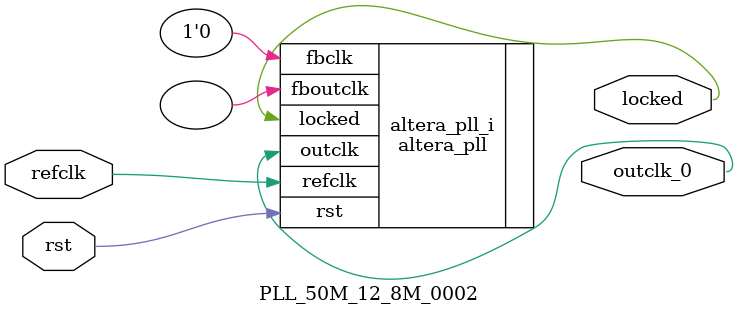
<source format=v>
`timescale 1ns/10ps
module  PLL_50M_12_8M_0002(

	// interface 'refclk'
	input wire refclk,

	// interface 'reset'
	input wire rst,

	// interface 'outclk0'
	output wire outclk_0,

	// interface 'locked'
	output wire locked
);

	altera_pll #(
		.fractional_vco_multiplier("false"),
		.reference_clock_frequency("50.0 MHz"),
		.operation_mode("direct"),
		.number_of_clocks(1),
		.output_clock_frequency0("12.800000 MHz"),
		.phase_shift0("0 ps"),
		.duty_cycle0(50),
		.output_clock_frequency1("0 MHz"),
		.phase_shift1("0 ps"),
		.duty_cycle1(50),
		.output_clock_frequency2("0 MHz"),
		.phase_shift2("0 ps"),
		.duty_cycle2(50),
		.output_clock_frequency3("0 MHz"),
		.phase_shift3("0 ps"),
		.duty_cycle3(50),
		.output_clock_frequency4("0 MHz"),
		.phase_shift4("0 ps"),
		.duty_cycle4(50),
		.output_clock_frequency5("0 MHz"),
		.phase_shift5("0 ps"),
		.duty_cycle5(50),
		.output_clock_frequency6("0 MHz"),
		.phase_shift6("0 ps"),
		.duty_cycle6(50),
		.output_clock_frequency7("0 MHz"),
		.phase_shift7("0 ps"),
		.duty_cycle7(50),
		.output_clock_frequency8("0 MHz"),
		.phase_shift8("0 ps"),
		.duty_cycle8(50),
		.output_clock_frequency9("0 MHz"),
		.phase_shift9("0 ps"),
		.duty_cycle9(50),
		.output_clock_frequency10("0 MHz"),
		.phase_shift10("0 ps"),
		.duty_cycle10(50),
		.output_clock_frequency11("0 MHz"),
		.phase_shift11("0 ps"),
		.duty_cycle11(50),
		.output_clock_frequency12("0 MHz"),
		.phase_shift12("0 ps"),
		.duty_cycle12(50),
		.output_clock_frequency13("0 MHz"),
		.phase_shift13("0 ps"),
		.duty_cycle13(50),
		.output_clock_frequency14("0 MHz"),
		.phase_shift14("0 ps"),
		.duty_cycle14(50),
		.output_clock_frequency15("0 MHz"),
		.phase_shift15("0 ps"),
		.duty_cycle15(50),
		.output_clock_frequency16("0 MHz"),
		.phase_shift16("0 ps"),
		.duty_cycle16(50),
		.output_clock_frequency17("0 MHz"),
		.phase_shift17("0 ps"),
		.duty_cycle17(50),
		.pll_type("General"),
		.pll_subtype("General")
	) altera_pll_i (
		.rst	(rst),
		.outclk	({outclk_0}),
		.locked	(locked),
		.fboutclk	( ),
		.fbclk	(1'b0),
		.refclk	(refclk)
	);
endmodule


</source>
